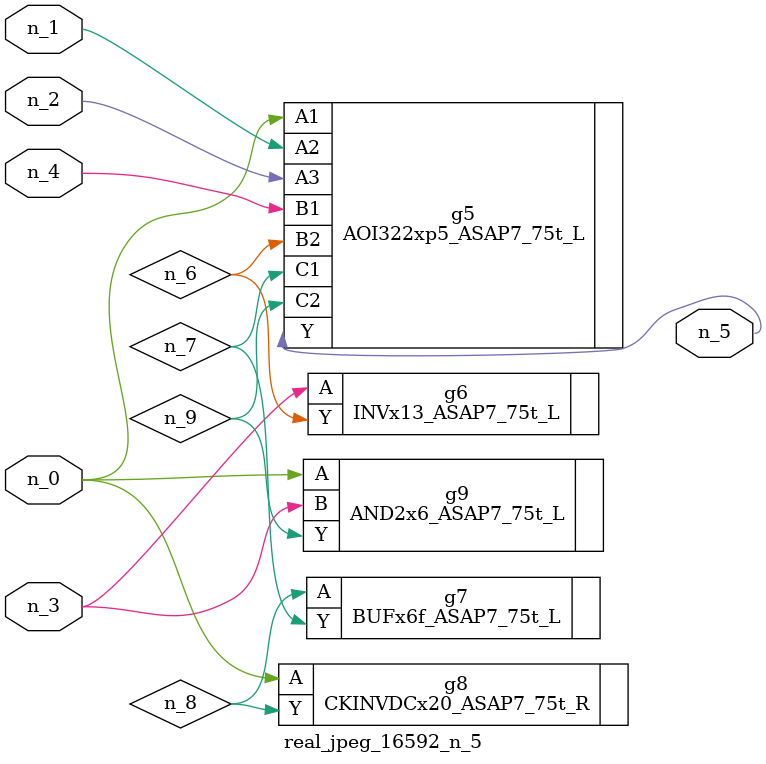
<source format=v>
module real_jpeg_16592_n_5 (n_4, n_0, n_1, n_2, n_3, n_5);

input n_4;
input n_0;
input n_1;
input n_2;
input n_3;

output n_5;

wire n_8;
wire n_6;
wire n_7;
wire n_9;

AOI322xp5_ASAP7_75t_L g5 ( 
.A1(n_0),
.A2(n_1),
.A3(n_2),
.B1(n_4),
.B2(n_6),
.C1(n_7),
.C2(n_9),
.Y(n_5)
);

CKINVDCx20_ASAP7_75t_R g8 ( 
.A(n_0),
.Y(n_8)
);

AND2x6_ASAP7_75t_L g9 ( 
.A(n_0),
.B(n_3),
.Y(n_9)
);

INVx13_ASAP7_75t_L g6 ( 
.A(n_3),
.Y(n_6)
);

BUFx6f_ASAP7_75t_L g7 ( 
.A(n_8),
.Y(n_7)
);


endmodule
</source>
